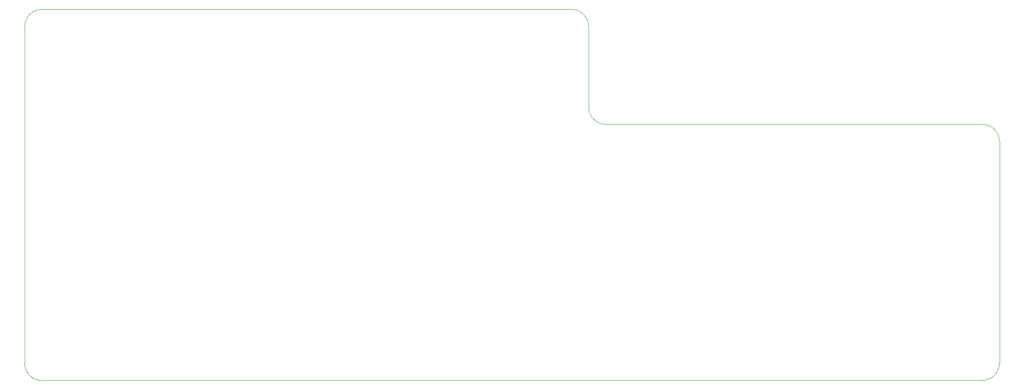
<source format=gbr>
%TF.GenerationSoftware,KiCad,Pcbnew,(6.0.7)*%
%TF.CreationDate,2023-07-28T14:32:25-04:00*%
%TF.ProjectId,Stylophone,5374796c-6f70-4686-9f6e-652e6b696361,rev?*%
%TF.SameCoordinates,Original*%
%TF.FileFunction,Profile,NP*%
%FSLAX46Y46*%
G04 Gerber Fmt 4.6, Leading zero omitted, Abs format (unit mm)*
G04 Created by KiCad (PCBNEW (6.0.7)) date 2023-07-28 14:32:25*
%MOMM*%
%LPD*%
G01*
G04 APERTURE LIST*
%TA.AperFunction,Profile*%
%ADD10C,0.100000*%
%TD*%
G04 APERTURE END LIST*
D10*
X26000000Y-85500000D02*
X132974874Y-85500000D01*
X26000000Y-85500000D02*
G75*
G03*
X22500000Y-89000000I0J-3500000D01*
G01*
X216000000Y-160480000D02*
X26000000Y-160500000D01*
X216000000Y-108720000D02*
X139974874Y-108740000D01*
X216000000Y-160480000D02*
G75*
G03*
X219500000Y-156980000I0J3500000D01*
G01*
X136474900Y-105240000D02*
G75*
G03*
X139974874Y-108740000I3500000J0D01*
G01*
X22500000Y-157000000D02*
G75*
G03*
X26000000Y-160500000I3500000J0D01*
G01*
X136474874Y-89000000D02*
X136474874Y-105240000D01*
X219500000Y-112220000D02*
G75*
G03*
X216000000Y-108720000I-3500000J0D01*
G01*
X22500000Y-89000000D02*
X22500000Y-157000000D01*
X136474900Y-89000000D02*
G75*
G03*
X132974874Y-85500000I-3500000J0D01*
G01*
X219500000Y-156980000D02*
X219500000Y-112220000D01*
M02*

</source>
